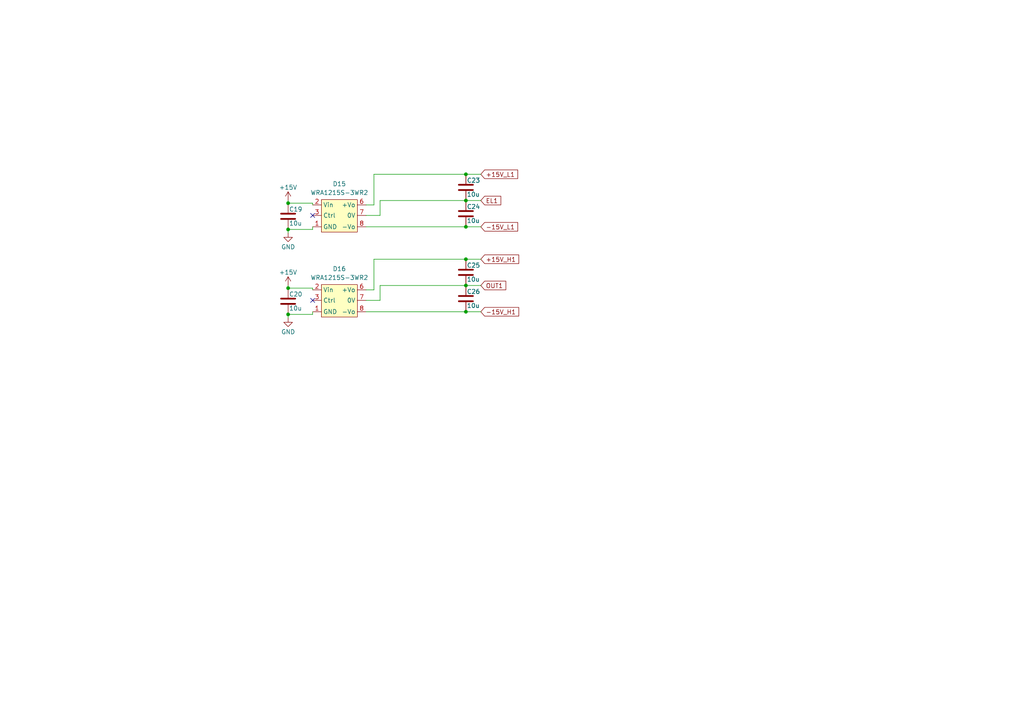
<source format=kicad_sch>
(kicad_sch (version 20211123) (generator eeschema)
  (paper "A4")
  (lib_symbols
    (symbol "Device:C" (pin_numbers hide) (pin_names (offset 0.254))
      (property "Reference" "C" (at 0.635 2.54 0))
      (property "Value" "C" (at 0.635 -2.54 0))
      (symbol "C_0_1"
        (polyline (pts (xy -2.032 -0.762) (xy 2.032 -0.762)) (stroke (width 0.508)))
        (polyline (pts (xy -2.032 0.762) (xy 2.032 0.762)) (stroke (width 0.508)))
      )
      (symbol "C_1_1"
        (pin passive line (at 0 3.81 270) (length 2.794) (name "~") (number "1"))
        (pin passive line (at 0 -3.81 90) (length 2.794) (name "~") (number "2"))
      )
    )
    (symbol "Morsun:WRA1215S-3WR2"
      (property "Reference" "D" (at 0 0 0))
      (property "Value" "WRA1215S-3WR2" (at -0.254 1.778 0))
      (symbol "WRA1215S-3WR2_0_1"
        (rectangle (start -5.334 -1.27) (end 5.08 -10.668) (fill (type background)))
      )
      (symbol "WRA1215S-3WR2_1_1"
        (pin input line (at -7.874 -9.144 0) (length 2.54) (name "GND") (number "1"))
        (pin input line (at -7.874 -2.794 0) (length 2.54) (name "Vin") (number "2"))
        (pin input line (at -7.874 -5.842 0) (length 2.54) (name "Ctrl") (number "3"))
        (pin input line (at 7.62 -2.794 180) (length 2.54) (name "+Vo") (number "6"))
        (pin input line (at 7.62 -5.842 180) (length 2.54) (name "0V") (number "7"))
        (pin input line (at 7.62 -9.144 180) (length 2.54) (name "-Vo") (number "8"))
      )
    )
    (symbol "power:+15V" (power) (pin_names (offset 0))
      (property "Value" "+15V" (at 0 3.556 0))
      (symbol "+15V_0_1"
        (polyline (pts (xy -0.762 1.27) (xy 0 2.54)))
        (polyline (pts (xy 0 0) (xy 0 2.54)))
        (polyline (pts (xy 0 2.54) (xy 0.762 1.27)))
      )
      (symbol "+15V_1_1"
        (pin power_in line (at 0 0 90) (length 0) hide (name "+15V") (number "1"))
      )
    )
    (symbol "power:GND" (power) (pin_names (offset 0))
      (property "Value" "GND" (at 0 -3.81 0))
      (symbol "GND_0_1"
        (polyline (pts (xy 0 0) (xy 0 -1.27) (xy 1.27 -1.27) (xy 0 -2.54) (xy -1.27 -1.27) (xy 0 -1.27)))
      )
      (symbol "GND_1_1"
        (pin power_in line (at 0 0 270) (length 0) hide (name "GND") (number "1"))
      )
    )
  )
  (junction (at 83.566 91.186))
  (junction (at 135.128 65.786))
  (junction (at 135.128 58.166))
  (junction (at 135.128 50.546))
  (junction (at 83.566 66.548))
  (junction (at 135.128 82.804))
  (junction (at 135.128 90.424))
  (junction (at 83.566 83.566))
  (junction (at 135.128 75.184))
  (junction (at 83.566 58.928))
  (no_connect (at 90.678 87.122))
  (no_connect (at 90.678 62.484))
  (wire (pts (xy 90.678 91.186) (xy 90.678 90.424)))
  (wire (pts (xy 83.566 58.928) (xy 90.678 58.928)))
  (wire (pts (xy 135.128 58.166) (xy 139.446 58.166)))
  (wire (pts (xy 110.236 58.166) (xy 135.128 58.166)))
  (wire (pts (xy 83.566 58.166) (xy 83.566 58.928)))
  (wire (pts (xy 108.458 50.546) (xy 108.458 59.436)))
  (wire (pts (xy 135.128 82.804) (xy 139.446 82.804)))
  (wire (pts (xy 135.128 50.546) (xy 139.446 50.546)))
  (wire (pts (xy 108.458 75.184) (xy 108.458 84.074)))
  (wire (pts (xy 110.236 62.484) (xy 110.236 58.166)))
  (wire (pts (xy 135.128 65.786) (xy 139.446 65.786)))
  (wire (pts (xy 83.566 66.548) (xy 83.566 67.564)))
  (wire (pts (xy 108.458 59.436) (xy 106.172 59.436)))
  (wire (pts (xy 106.172 65.786) (xy 135.128 65.786)))
  (wire (pts (xy 83.566 82.804) (xy 83.566 83.566)))
  (wire (pts (xy 135.128 50.546) (xy 108.458 50.546)))
  (wire (pts (xy 108.458 84.074) (xy 106.172 84.074)))
  (wire (pts (xy 135.128 75.184) (xy 139.446 75.184)))
  (wire (pts (xy 135.128 90.424) (xy 139.446 90.424)))
  (wire (pts (xy 90.678 83.566) (xy 90.678 84.074)))
  (wire (pts (xy 135.128 75.184) (xy 108.458 75.184)))
  (wire (pts (xy 83.566 91.186) (xy 83.566 92.202)))
  (wire (pts (xy 106.172 62.484) (xy 110.236 62.484)))
  (wire (pts (xy 83.566 83.566) (xy 90.678 83.566)))
  (wire (pts (xy 83.566 91.186) (xy 90.678 91.186)))
  (wire (pts (xy 90.678 66.548) (xy 90.678 65.786)))
  (wire (pts (xy 106.172 87.122) (xy 110.236 87.122)))
  (wire (pts (xy 90.678 58.928) (xy 90.678 59.436)))
  (wire (pts (xy 110.236 87.122) (xy 110.236 82.804)))
  (wire (pts (xy 106.172 90.424) (xy 135.128 90.424)))
  (wire (pts (xy 83.566 66.548) (xy 90.678 66.548)))
  (wire (pts (xy 110.236 82.804) (xy 135.128 82.804)))
  (global_label "-15V_L1" (shape input) (at 139.446 65.786 0) (property "Intersheet References" "${INTERSHEET_REFS}" (effects hide)))
  (global_label "+15V_H1" (shape input) (at 139.446 75.184 0) (property "Intersheet References" "${INTERSHEET_REFS}" (effects hide)))
  (global_label "OUT1" (shape input) (at 139.446 82.804 0) (property "Intersheet References" "${INTERSHEET_REFS}" (effects hide)))
  (global_label "+15V_L1" (shape input) (at 139.446 50.546 0) (property "Intersheet References" "${INTERSHEET_REFS}" (effects hide)))
  (global_label "-15V_H1" (shape input) (at 139.446 90.424 0) (property "Intersheet References" "${INTERSHEET_REFS}" (effects hide)))
  (global_label "EL1" (shape input) (at 139.446 58.166 0) (property "Intersheet References" "${INTERSHEET_REFS}" (effects hide)))
  (symbol (lib_id "Device:C") (at 135.128 61.976 0) (unit 1)
    (property "Reference" "C24" (at 135.382 59.944 0) (effects (justify left)))
    (property "Value" "10u" (at 135.382 64.008 0) (effects (justify left)))
    (property "Footprint" "Capacitor_SMD:C_1210_3225Metric_Pad1.33x2.70mm_HandSolder" (effects hide))
  )
  (symbol (lib_id "Device:C") (at 135.128 54.356 0) (unit 1)
    (property "Reference" "C23" (at 135.382 52.324 0) (effects (justify left)))
    (property "Value" "10u" (at 135.382 56.388 0) (effects (justify left)))
    (property "Footprint" "Capacitor_SMD:C_1210_3225Metric_Pad1.33x2.70mm_HandSolder" (effects hide))
  )
  (symbol (lib_id "Morsun:WRA1215S-3WR2") (at 98.552 81.28 0) (unit 1)
    (property "Reference" "D16" (at 98.425 77.978 0))
    (property "Value" "WRA1215S-3WR2" (at 98.425 80.518 0))
    (property "Footprint" "Mornsun:WRA1215S-3WR2" (effects hide))
  )
  (symbol (lib_id "power:GND") (at 83.566 67.564 0) (unit 1)
    (property "Reference" "#PWR0151" (effects hide))
    (property "Value" "GND" (at 81.534 71.628 0) (effects (justify left)))
  )
  (symbol (lib_id "Device:C") (at 83.566 62.738 0) (unit 1)
    (property "Reference" "C19" (at 83.82 60.706 0) (effects (justify left)))
    (property "Value" "10u" (at 83.82 64.77 0) (effects (justify left)))
    (property "Footprint" "Capacitor_SMD:C_1210_3225Metric_Pad1.33x2.70mm_HandSolder" (effects hide))
  )
  (symbol (lib_id "power:GND") (at 83.566 92.202 0) (unit 1)
    (property "Reference" "#PWR0152" (effects hide))
    (property "Value" "GND" (at 81.534 96.266 0) (effects (justify left)))
  )
  (symbol (lib_id "Morsun:WRA1215S-3WR2") (at 98.552 56.642 0) (unit 1)
    (property "Reference" "D15" (at 98.425 53.34 0))
    (property "Value" "WRA1215S-3WR2" (at 98.425 55.88 0))
    (property "Footprint" "Mornsun:WRA1215S-3WR2" (effects hide))
  )
  (symbol (lib_id "Device:C") (at 135.128 78.994 0) (unit 1)
    (property "Reference" "C25" (at 135.382 76.962 0) (effects (justify left)))
    (property "Value" "10u" (at 135.382 81.026 0) (effects (justify left)))
    (property "Footprint" "Capacitor_SMD:C_1210_3225Metric_Pad1.33x2.70mm_HandSolder" (effects hide))
  )
  (symbol (lib_id "power:+15V") (at 83.566 82.804 0) (unit 1)
    (property "Reference" "#PWR049" (effects hide))
    (property "Value" "+15V" (at 83.566 78.994 0))
  )
  (symbol (lib_id "Device:C") (at 135.128 86.614 0) (unit 1)
    (property "Reference" "C26" (at 135.382 84.582 0) (effects (justify left)))
    (property "Value" "10u" (at 135.382 88.646 0) (effects (justify left)))
    (property "Footprint" "Capacitor_SMD:C_1210_3225Metric_Pad1.33x2.70mm_HandSolder" (effects hide))
  )
  (symbol (lib_id "Device:C") (at 83.566 87.376 0) (unit 1)
    (property "Reference" "C20" (at 83.82 85.344 0) (effects (justify left)))
    (property "Value" "10u" (at 83.82 89.408 0) (effects (justify left)))
    (property "Footprint" "Capacitor_SMD:C_1210_3225Metric_Pad1.33x2.70mm_HandSolder" (effects hide))
  )
  (symbol (lib_id "power:+15V") (at 83.566 58.166 0) (unit 1)
    (property "Reference" "#PWR047" (effects hide))
    (property "Value" "+15V" (at 83.566 54.356 0))
  )
)
</source>
